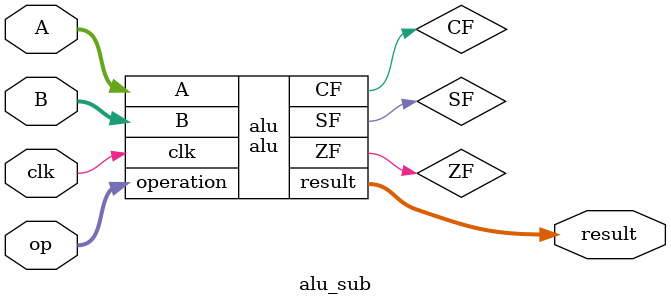
<source format=v>
/* Generated by Yosys 0.62+39 (git sha1 131911291-dirty, g++ 11.4.0-1ubuntu1~22.04.2 -Og -fPIC) */

(* src = "dut.sv:1.1-5.10" *)
module adder(a, b, y);
  (* src = "dut.sv:2.17-2.18" *)
  input [7:0] a;
  wire [7:0] a;
  (* src = "dut.sv:2.32-2.33" *)
  input [7:0] b;
  wire [7:0] b;
  (* src = "dut.sv:2.48-2.49" *)
  output [7:0] y;
  wire [7:0] y;
  wire _00_;
  wire _01_;
  wire _02_;
  wire _03_;
  wire _04_;
  wire _05_;
  wire _06_;
  wire _07_;
  wire _08_;
  wire _09_;
  wire _10_;
  wire _11_;
  wire _12_;
  wire _13_;
  wire _14_;
  wire _15_;
  wire _16_;
  wire _17_;
  wire _18_;
  wire _19_;
  wire _20_;
  wire _21_;
  wire _22_;
  wire _23_;
  wire _24_;
  wire _25_;
  wire _26_;
  wire _27_;
  wire _28_;
  wire _29_;
  wire _30_;
  wire _31_;
  \$_XOR_  _32_ (
    .A(b[0]),
    .B(a[0]),
    .Y(y[0])
  );
  \$_XNOR_  _33_ (
    .A(b[7]),
    .B(a[7]),
    .Y(_00_)
  );
  \$_NAND_  _34_ (
    .A(b[6]),
    .B(a[6]),
    .Y(_01_)
  );
  \$_XNOR_  _35_ (
    .A(b[6]),
    .B(a[6]),
    .Y(_02_)
  );
  \$_NAND_  _36_ (
    .A(b[5]),
    .B(a[5]),
    .Y(_03_)
  );
  \$_XOR_  _37_ (
    .A(b[5]),
    .B(a[5]),
    .Y(_04_)
  );
  \$_NAND_  _38_ (
    .A(b[4]),
    .B(a[4]),
    .Y(_05_)
  );
  \$_ANDNOT_  _39_ (
    .A(_04_),
    .B(_05_),
    .Y(_06_)
  );
  \$_ANDNOT_  _40_ (
    .A(_03_),
    .B(_06_),
    .Y(_07_)
  );
  \$_XNOR_  _41_ (
    .A(b[4]),
    .B(a[4]),
    .Y(_08_)
  );
  \$_ANDNOT_  _42_ (
    .A(_04_),
    .B(_08_),
    .Y(_09_)
  );
  \$_NAND_  _43_ (
    .A(b[3]),
    .B(a[3]),
    .Y(_10_)
  );
  \$_XOR_  _44_ (
    .A(b[3]),
    .B(a[3]),
    .Y(_11_)
  );
  \$_NAND_  _45_ (
    .A(b[2]),
    .B(a[2]),
    .Y(_12_)
  );
  \$_ANDNOT_  _46_ (
    .A(_11_),
    .B(_12_),
    .Y(_13_)
  );
  \$_ANDNOT_  _47_ (
    .A(_10_),
    .B(_13_),
    .Y(_14_)
  );
  \$_XNOR_  _48_ (
    .A(b[2]),
    .B(a[2]),
    .Y(_15_)
  );
  \$_ANDNOT_  _49_ (
    .A(_11_),
    .B(_15_),
    .Y(_16_)
  );
  \$_NAND_  _50_ (
    .A(b[1]),
    .B(a[1]),
    .Y(_17_)
  );
  \$_XOR_  _51_ (
    .A(b[1]),
    .B(a[1]),
    .Y(_18_)
  );
  \$_NAND_  _52_ (
    .A(b[0]),
    .B(a[0]),
    .Y(_19_)
  );
  \$_ANDNOT_  _53_ (
    .A(_18_),
    .B(_19_),
    .Y(_20_)
  );
  \$_ANDNOT_  _54_ (
    .A(_17_),
    .B(_20_),
    .Y(_21_)
  );
  \$_ANDNOT_  _55_ (
    .A(_16_),
    .B(_21_),
    .Y(_22_)
  );
  \$_ANDNOT_  _56_ (
    .A(_14_),
    .B(_22_),
    .Y(_23_)
  );
  \$_ANDNOT_  _57_ (
    .A(_09_),
    .B(_23_),
    .Y(_24_)
  );
  \$_ANDNOT_  _58_ (
    .A(_07_),
    .B(_24_),
    .Y(_25_)
  );
  \$_NOR_  _59_ (
    .A(_25_),
    .B(_02_),
    .Y(_26_)
  );
  \$_ANDNOT_  _60_ (
    .A(_01_),
    .B(_26_),
    .Y(_27_)
  );
  \$_XOR_  _61_ (
    .A(_27_),
    .B(_00_),
    .Y(y[7])
  );
  \$_XOR_  _62_ (
    .A(_25_),
    .B(_02_),
    .Y(y[6])
  );
  \$_NOR_  _63_ (
    .A(_23_),
    .B(_08_),
    .Y(_28_)
  );
  \$_ORNOT_  _64_ (
    .A(_28_),
    .B(_05_),
    .Y(_29_)
  );
  \$_XOR_  _65_ (
    .A(_29_),
    .B(_04_),
    .Y(y[5])
  );
  \$_XOR_  _66_ (
    .A(_23_),
    .B(_08_),
    .Y(y[4])
  );
  \$_NOR_  _67_ (
    .A(_21_),
    .B(_15_),
    .Y(_30_)
  );
  \$_ORNOT_  _68_ (
    .A(_30_),
    .B(_12_),
    .Y(_31_)
  );
  \$_XOR_  _69_ (
    .A(_31_),
    .B(_11_),
    .Y(y[3])
  );
  \$_XOR_  _70_ (
    .A(_21_),
    .B(_15_),
    .Y(y[2])
  );
  \$_XNOR_  _71_ (
    .A(_19_),
    .B(_18_),
    .Y(y[1])
  );
endmodule

(* src = "dut.sv:27.1-61.10" *)
(* dynports =  1  *)
module alu(clk, A, B, operation, result, CF, ZF, SF);
  (* src = "dut.sv:28.8-28.11" *)
  input clk;
  wire clk;
  (* src = "dut.sv:29.14-29.15" *)
  input [7:0] A;
  wire [7:0] A;
  (* src = "dut.sv:30.14-30.15" *)
  input [7:0] B;
  wire [7:0] B;
  (* src = "dut.sv:31.14-31.23" *)
  input [3:0] operation;
  wire [3:0] operation;
  (* src = "dut.sv:32.19-32.25" *)
  output [7:0] result;
  wire [7:0] result;
  (* src = "dut.sv:33.13-33.15" *)
  output CF;
  wire CF;
  (* src = "dut.sv:34.13-34.15" *)
  output ZF;
  wire ZF;
  (* src = "dut.sv:35.13-35.15" *)
  output SF;
  wire SF;
  wire _000_;
  wire _001_;
  wire _002_;
  wire _003_;
  wire _004_;
  wire _005_;
  wire _006_;
  wire _007_;
  wire _008_;
  (* src = "dut.sv:56.9-56.22" *)
  wire _009_;
  wire _010_;
  wire _011_;
  wire _012_;
  wire _013_;
  wire _014_;
  wire _015_;
  wire _016_;
  wire _017_;
  wire _018_;
  wire _019_;
  wire _020_;
  wire _021_;
  wire _022_;
  wire _023_;
  wire _024_;
  wire _025_;
  wire _026_;
  wire _027_;
  wire _028_;
  wire _029_;
  wire _030_;
  wire _031_;
  wire _032_;
  wire _033_;
  wire _034_;
  wire _035_;
  wire _036_;
  wire _037_;
  wire _038_;
  wire _039_;
  wire _040_;
  wire _041_;
  wire _042_;
  wire _043_;
  wire _044_;
  wire _045_;
  wire _046_;
  wire _047_;
  wire _048_;
  wire _049_;
  wire _050_;
  wire _051_;
  wire _052_;
  wire _053_;
  wire _054_;
  wire _055_;
  wire _056_;
  wire _057_;
  wire _058_;
  wire _059_;
  wire _060_;
  (* src = "dut.sv:42.12-42.17" *)
  wire [7:0] added;
  (* \reg  = 32'd1 *)
  (* src = "dut.sv:41.12-41.15" *)
  wire [8:0] tmp;
  \$_XOR_  _061_ (
    .A(B[6]),
    .B(A[6]),
    .Y(_017_)
  );
  \$_ORNOT_  _062_ (
    .A(B[5]),
    .B(A[5]),
    .Y(_018_)
  );
  \$_XNOR_  _063_ (
    .A(B[5]),
    .B(A[5]),
    .Y(_019_)
  );
  \$_ORNOT_  _064_ (
    .A(B[4]),
    .B(A[4]),
    .Y(_020_)
  );
  \$_ANDNOT_  _065_ (
    .A(_019_),
    .B(_020_),
    .Y(_021_)
  );
  \$_ANDNOT_  _066_ (
    .A(_018_),
    .B(_021_),
    .Y(_022_)
  );
  \$_XOR_  _067_ (
    .A(B[4]),
    .B(A[4]),
    .Y(_023_)
  );
  \$_ANDNOT_  _068_ (
    .A(_019_),
    .B(_023_),
    .Y(_024_)
  );
  \$_ORNOT_  _069_ (
    .A(B[3]),
    .B(A[3]),
    .Y(_025_)
  );
  \$_XNOR_  _070_ (
    .A(B[3]),
    .B(A[3]),
    .Y(_026_)
  );
  \$_ORNOT_  _071_ (
    .A(B[2]),
    .B(A[2]),
    .Y(_027_)
  );
  \$_ANDNOT_  _072_ (
    .A(_026_),
    .B(_027_),
    .Y(_028_)
  );
  \$_ANDNOT_  _073_ (
    .A(_025_),
    .B(_028_),
    .Y(_029_)
  );
  \$_XOR_  _074_ (
    .A(A[2]),
    .B(B[2]),
    .Y(_030_)
  );
  \$_ANDNOT_  _075_ (
    .A(_026_),
    .B(_030_),
    .Y(_031_)
  );
  \$_ORNOT_  _076_ (
    .A(B[1]),
    .B(A[1]),
    .Y(_032_)
  );
  \$_XNOR_  _077_ (
    .A(A[1]),
    .B(B[1]),
    .Y(_033_)
  );
  \$_ANDNOT_  _078_ (
    .A(B[0]),
    .B(A[0]),
    .Y(_034_)
  );
  \$_ANDNOT_  _079_ (
    .A(_033_),
    .B(_034_),
    .Y(_035_)
  );
  \$_ANDNOT_  _080_ (
    .A(_032_),
    .B(_035_),
    .Y(_036_)
  );
  \$_ANDNOT_  _081_ (
    .A(_031_),
    .B(_036_),
    .Y(_037_)
  );
  \$_ANDNOT_  _082_ (
    .A(_029_),
    .B(_037_),
    .Y(_038_)
  );
  \$_ANDNOT_  _083_ (
    .A(_024_),
    .B(_038_),
    .Y(_039_)
  );
  \$_ANDNOT_  _084_ (
    .A(_022_),
    .B(_039_),
    .Y(_040_)
  );
  \$_XOR_  _085_ (
    .A(_040_),
    .B(_017_),
    .Y(_041_)
  );
  \$_ANDNOT_  _086_ (
    .A(operation[0]),
    .B(operation[1]),
    .Y(_042_)
  );
  \$_NOR_  _087_ (
    .A(operation[3]),
    .B(operation[2]),
    .Y(_043_)
  );
  \$_AND_  _088_ (
    .A(_043_),
    .B(_042_),
    .Y(_044_)
  );
  \$_MUX_  _089_ (
    .A(added[6]),
    .B(_041_),
    .S(_044_),
    .Y(_007_)
  );
  \$_NOR_  _090_ (
    .A(_038_),
    .B(_023_),
    .Y(_045_)
  );
  \$_ORNOT_  _091_ (
    .A(_045_),
    .B(_020_),
    .Y(_046_)
  );
  \$_XOR_  _092_ (
    .A(_046_),
    .B(_019_),
    .Y(_047_)
  );
  \$_MUX_  _093_ (
    .A(added[5]),
    .B(_047_),
    .S(_044_),
    .Y(_006_)
  );
  \$_XOR_  _094_ (
    .A(_038_),
    .B(_023_),
    .Y(_048_)
  );
  \$_MUX_  _095_ (
    .A(added[4]),
    .B(_048_),
    .S(_044_),
    .Y(_005_)
  );
  \$_NOR_  _096_ (
    .A(_036_),
    .B(_030_),
    .Y(_049_)
  );
  \$_ORNOT_  _097_ (
    .A(_049_),
    .B(_027_),
    .Y(_050_)
  );
  \$_XOR_  _098_ (
    .A(_050_),
    .B(_026_),
    .Y(_051_)
  );
  \$_MUX_  _099_ (
    .A(added[3]),
    .B(_051_),
    .S(_044_),
    .Y(_004_)
  );
  \$_XOR_  _100_ (
    .A(_036_),
    .B(_030_),
    .Y(_052_)
  );
  \$_MUX_  _101_ (
    .A(added[2]),
    .B(_052_),
    .S(_044_),
    .Y(_003_)
  );
  \$_XNOR_  _102_ (
    .A(_034_),
    .B(_033_),
    .Y(_053_)
  );
  \$_MUX_  _103_ (
    .A(added[1]),
    .B(_053_),
    .S(_044_),
    .Y(_002_)
  );
  \$_XOR_  _104_ (
    .A(A[0]),
    .B(B[0]),
    .Y(_054_)
  );
  \$_MUX_  _105_ (
    .A(added[0]),
    .B(_054_),
    .S(_044_),
    .Y(_001_)
  );
  \$_NOR_  _106_ (
    .A(tmp[1]),
    .B(tmp[0]),
    .Y(_055_)
  );
  \$_OR_  _107_ (
    .A(tmp[3]),
    .B(tmp[2]),
    .Y(_056_)
  );
  \$_ANDNOT_  _108_ (
    .A(_055_),
    .B(_056_),
    .Y(_057_)
  );
  \$_OR_  _109_ (
    .A(tmp[5]),
    .B(tmp[4]),
    .Y(_058_)
  );
  \$_OR_  _110_ (
    .A(tmp[7]),
    .B(tmp[6]),
    .Y(_059_)
  );
  \$_OR_  _111_ (
    .A(_059_),
    .B(_058_),
    .Y(_060_)
  );
  \$_ANDNOT_  _112_ (
    .A(_057_),
    .B(_060_),
    .Y(_009_)
  );
  \$_XOR_  _113_ (
    .A(B[7]),
    .B(A[7]),
    .Y(_010_)
  );
  \$_ORNOT_  _114_ (
    .A(B[6]),
    .B(A[6]),
    .Y(_011_)
  );
  \$_NOR_  _115_ (
    .A(_040_),
    .B(_017_),
    .Y(_012_)
  );
  \$_ANDNOT_  _116_ (
    .A(_011_),
    .B(_012_),
    .Y(_013_)
  );
  \$_XOR_  _117_ (
    .A(_013_),
    .B(_010_),
    .Y(_014_)
  );
  \$_MUX_  _118_ (
    .A(added[7]),
    .B(_014_),
    .S(_044_),
    .Y(_008_)
  );
  \$_OR_  _119_ (
    .A(operation[1]),
    .B(operation[0]),
    .Y(_015_)
  );
  \$_ANDNOT_  _120_ (
    .A(_043_),
    .B(_015_),
    .Y(_016_)
  );
  \$_OR_  _121_ (
    .A(_016_),
    .B(_044_),
    .Y(_000_)
  );
  (* \always_ff  = 32'd1 *)
  (* src = "dut.sv:46.2-60.5" *)
  \$_DFFE_PP_  \tmp_reg[0]  /* _122_ */ (
    .C(clk),
    .D(_001_),
    .E(_000_),
    .Q(tmp[0])
  );
  (* \always_ff  = 32'd1 *)
  (* src = "dut.sv:46.2-60.5" *)
  \$_DFFE_PP_  \tmp_reg[1]  /* _123_ */ (
    .C(clk),
    .D(_002_),
    .E(_000_),
    .Q(tmp[1])
  );
  (* \always_ff  = 32'd1 *)
  (* src = "dut.sv:46.2-60.5" *)
  \$_DFFE_PP_  \tmp_reg[2]  /* _124_ */ (
    .C(clk),
    .D(_003_),
    .E(_000_),
    .Q(tmp[2])
  );
  (* \always_ff  = 32'd1 *)
  (* src = "dut.sv:46.2-60.5" *)
  \$_DFFE_PP_  \tmp_reg[3]  /* _125_ */ (
    .C(clk),
    .D(_004_),
    .E(_000_),
    .Q(tmp[3])
  );
  (* \always_ff  = 32'd1 *)
  (* src = "dut.sv:46.2-60.5" *)
  \$_DFFE_PP_  \tmp_reg[4]  /* _126_ */ (
    .C(clk),
    .D(_005_),
    .E(_000_),
    .Q(tmp[4])
  );
  (* \always_ff  = 32'd1 *)
  (* src = "dut.sv:46.2-60.5" *)
  \$_DFFE_PP_  \tmp_reg[5]  /* _127_ */ (
    .C(clk),
    .D(_006_),
    .E(_000_),
    .Q(tmp[5])
  );
  (* \always_ff  = 32'd1 *)
  (* src = "dut.sv:46.2-60.5" *)
  \$_DFFE_PP_  \tmp_reg[6]  /* _128_ */ (
    .C(clk),
    .D(_007_),
    .E(_000_),
    .Q(tmp[6])
  );
  (* \always_ff  = 32'd1 *)
  (* src = "dut.sv:46.2-60.5" *)
  \$_DFFE_PP_  \tmp_reg[7]  /* _129_ */ (
    .C(clk),
    .D(_008_),
    .E(_000_),
    .Q(tmp[7])
  );
  (* \always_ff  = 32'd1 *)
  (* src = "dut.sv:46.2-60.5" *)
  \$_DFF_P_  ZF_reg /* _130_ */ (
    .C(clk),
    .D(_009_),
    .Q(ZF)
  );
  (* \always_ff  = 32'd1 *)
  (* src = "dut.sv:46.2-60.5" *)
  \$_DFF_P_  SF_reg /* _131_ */ (
    .C(clk),
    .D(tmp[7]),
    .Q(SF)
  );
  (* \always_ff  = 32'd1 *)
  (* src = "dut.sv:46.2-60.5" *)
  \$_DFF_P_  \result_reg[0]  /* _132_ */ (
    .C(clk),
    .D(tmp[0]),
    .Q(result[0])
  );
  (* \always_ff  = 32'd1 *)
  (* src = "dut.sv:46.2-60.5" *)
  \$_DFF_P_  \result_reg[1]  /* _133_ */ (
    .C(clk),
    .D(tmp[1]),
    .Q(result[1])
  );
  (* \always_ff  = 32'd1 *)
  (* src = "dut.sv:46.2-60.5" *)
  \$_DFF_P_  \result_reg[2]  /* _134_ */ (
    .C(clk),
    .D(tmp[2]),
    .Q(result[2])
  );
  (* \always_ff  = 32'd1 *)
  (* src = "dut.sv:46.2-60.5" *)
  \$_DFF_P_  \result_reg[3]  /* _135_ */ (
    .C(clk),
    .D(tmp[3]),
    .Q(result[3])
  );
  (* \always_ff  = 32'd1 *)
  (* src = "dut.sv:46.2-60.5" *)
  \$_DFF_P_  \result_reg[4]  /* _136_ */ (
    .C(clk),
    .D(tmp[4]),
    .Q(result[4])
  );
  (* \always_ff  = 32'd1 *)
  (* src = "dut.sv:46.2-60.5" *)
  \$_DFF_P_  \result_reg[5]  /* _137_ */ (
    .C(clk),
    .D(tmp[5]),
    .Q(result[5])
  );
  (* \always_ff  = 32'd1 *)
  (* src = "dut.sv:46.2-60.5" *)
  \$_DFF_P_  \result_reg[6]  /* _138_ */ (
    .C(clk),
    .D(tmp[6]),
    .Q(result[6])
  );
  adder adder (
    .a(A),
    .b(B),
    .y(added)
  );
  assign tmp[8] = 1'h0;
  assign CF = 1'h0;
  assign result[7] = SF;
endmodule

(* src = "dut.sv:7.1-25.10" *)
(* top =  1  *)
module alu_sub(clk, A, B, op, result);
  (* src = "dut.sv:8.8-8.11" *)
  input clk;
  wire clk;
  (* src = "dut.sv:9.14-9.15" *)
  input [7:0] A;
  wire [7:0] A;
  (* src = "dut.sv:10.14-10.15" *)
  input [7:0] B;
  wire [7:0] B;
  (* src = "dut.sv:11.14-11.16" *)
  input [3:0] op;
  wire [3:0] op;
  (* src = "dut.sv:12.19-12.25" *)
  output [7:0] result;
  wire [7:0] result;
  (* src = "dut.sv:14.7-14.9" *)
  (* unused_bits = "0" *)
  wire CF;
  (* src = "dut.sv:14.15-14.17" *)
  (* unused_bits = "0" *)
  wire SF;
  (* src = "dut.sv:14.11-14.13" *)
  (* unused_bits = "0" *)
  wire ZF;
  alu alu (
    .A(A),
    .B(B),
    .CF(CF),
    .SF(SF),
    .ZF(ZF),
    .clk(clk),
    .operation(op),
    .result(result)
  );
endmodule

</source>
